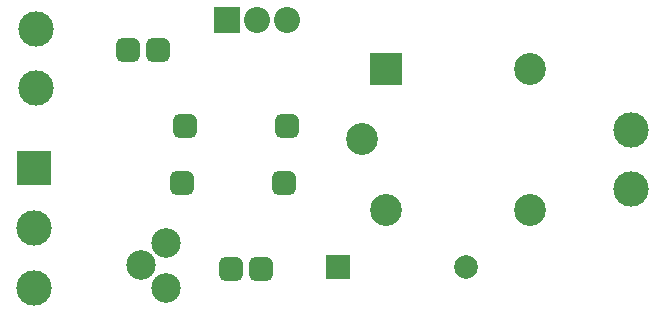
<source format=gts>
G04*
G04 #@! TF.GenerationSoftware,Altium Limited,Altium Designer,20.1.11 (218)*
G04*
G04 Layer_Color=8388736*
%FSLAX44Y44*%
%MOMM*%
G71*
G04*
G04 #@! TF.SameCoordinates,ED1FE07B-646A-4137-9A3D-D30EB5F1B902*
G04*
G04*
G04 #@! TF.FilePolarity,Negative*
G04*
G01*
G75*
%ADD10C,3.0000*%
%ADD11R,3.0000X3.0000*%
%ADD12R,2.2032X2.2032*%
%ADD13C,2.2032*%
%ADD14C,2.7032*%
%ADD15R,2.7032X2.7032*%
G04:AMPARAMS|DCode=16|XSize=2mm|YSize=2mm|CornerRadius=0.5mm|HoleSize=0mm|Usage=FLASHONLY|Rotation=0.000|XOffset=0mm|YOffset=0mm|HoleType=Round|Shape=RoundedRectangle|*
%AMROUNDEDRECTD16*
21,1,2.0000,1.0000,0,0,0.0*
21,1,1.0000,2.0000,0,0,0.0*
1,1,1.0000,0.5000,-0.5000*
1,1,1.0000,-0.5000,-0.5000*
1,1,1.0000,-0.5000,0.5000*
1,1,1.0000,0.5000,0.5000*
%
%ADD16ROUNDEDRECTD16*%
%ADD17R,2.0000X2.0000*%
%ADD18C,2.0000*%
%ADD19C,2.5000*%
D10*
X552000Y119150D02*
D03*
Y169150D02*
D03*
X48000Y254150D02*
D03*
Y204150D02*
D03*
X46000Y86150D02*
D03*
Y35350D02*
D03*
D11*
Y136950D02*
D03*
D12*
X210200Y262000D02*
D03*
D13*
X235600D02*
D03*
X261000D02*
D03*
D14*
X466000Y221000D02*
D03*
Y101001D02*
D03*
X344000D02*
D03*
X324000Y161000D02*
D03*
D15*
X344000Y221000D02*
D03*
D16*
X260180Y172000D02*
D03*
X173820D02*
D03*
X151700Y237000D02*
D03*
X126300D02*
D03*
X213300Y51000D02*
D03*
X238700D02*
D03*
X258181Y124000D02*
D03*
X171821D02*
D03*
D17*
X303620Y53000D02*
D03*
D18*
X412380D02*
D03*
D19*
X158160Y73321D02*
D03*
Y35221D02*
D03*
X136570Y54271D02*
D03*
M02*

</source>
